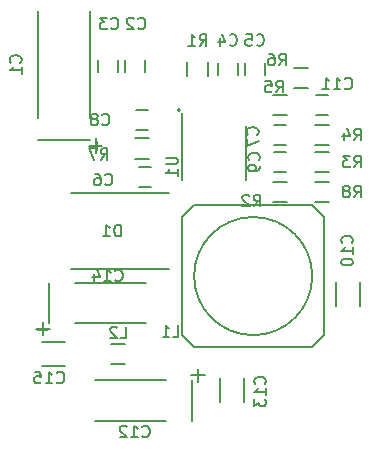
<source format=gbr>
G04 #@! TF.FileFunction,Legend,Bot*
%FSLAX46Y46*%
G04 Gerber Fmt 4.6, Leading zero omitted, Abs format (unit mm)*
G04 Created by KiCad (PCBNEW 4.0.2-stable) date 26/09/2016 11:14:20*
%MOMM*%
G01*
G04 APERTURE LIST*
%ADD10C,0.150000*%
%ADD11C,0.250000*%
G04 APERTURE END LIST*
D10*
D11*
X147320000Y-82399143D02*
X147272381Y-82446762D01*
X147320000Y-82494381D01*
X147367619Y-82446762D01*
X147320000Y-82399143D01*
X147320000Y-82494381D01*
D10*
X158671260Y-96520000D02*
G75*
G03X158671260Y-96520000I-5001260J0D01*
G01*
X147670520Y-96520000D02*
X147670520Y-101521260D01*
X147670520Y-101521260D02*
X148668740Y-102519480D01*
X148668740Y-102519480D02*
X158671260Y-102519480D01*
X158671260Y-102519480D02*
X159669480Y-101521260D01*
X159669480Y-101521260D02*
X159669480Y-91518740D01*
X159669480Y-91518740D02*
X158671260Y-90520520D01*
X158671260Y-90520520D02*
X148668740Y-90520520D01*
X148668740Y-90520520D02*
X147670520Y-91518740D01*
X147670520Y-91518740D02*
X147670520Y-96520000D01*
X148096000Y-78394000D02*
X148096000Y-79594000D01*
X149846000Y-79594000D02*
X149846000Y-78394000D01*
X153093000Y-83856000D02*
X153093000Y-88356000D01*
X147643000Y-82731000D02*
X147643000Y-88356000D01*
X144487000Y-78240000D02*
X144487000Y-79240000D01*
X142787000Y-79240000D02*
X142787000Y-78240000D01*
X142201000Y-78240000D02*
X142201000Y-79240000D01*
X140501000Y-79240000D02*
X140501000Y-78240000D01*
X150661000Y-79494000D02*
X150661000Y-78494000D01*
X152361000Y-78494000D02*
X152361000Y-79494000D01*
X154647000Y-78494000D02*
X154647000Y-79494000D01*
X152947000Y-79494000D02*
X152947000Y-78494000D01*
X145026000Y-88988000D02*
X144026000Y-88988000D01*
X144026000Y-87288000D02*
X145026000Y-87288000D01*
X156456000Y-85432000D02*
X155456000Y-85432000D01*
X155456000Y-83732000D02*
X156456000Y-83732000D01*
X143772000Y-82462000D02*
X144772000Y-82462000D01*
X144772000Y-84162000D02*
X143772000Y-84162000D01*
X155456000Y-86018000D02*
X156456000Y-86018000D01*
X156456000Y-87718000D02*
X155456000Y-87718000D01*
X159012000Y-81192000D02*
X160012000Y-81192000D01*
X160012000Y-82892000D02*
X159012000Y-82892000D01*
X138232000Y-95910000D02*
X146532000Y-95910000D01*
X146532000Y-89510000D02*
X138232000Y-89510000D01*
X156556000Y-88533000D02*
X155356000Y-88533000D01*
X155356000Y-90283000D02*
X156556000Y-90283000D01*
X158912000Y-87743000D02*
X160112000Y-87743000D01*
X160112000Y-85993000D02*
X158912000Y-85993000D01*
X158912000Y-85457000D02*
X160112000Y-85457000D01*
X160112000Y-83707000D02*
X158912000Y-83707000D01*
X155356000Y-82917000D02*
X156556000Y-82917000D01*
X156556000Y-81167000D02*
X155356000Y-81167000D01*
X157134000Y-80631000D02*
X158334000Y-80631000D01*
X158334000Y-78881000D02*
X157134000Y-78881000D01*
X143672000Y-86600000D02*
X144872000Y-86600000D01*
X144872000Y-84850000D02*
X143672000Y-84850000D01*
X160112000Y-88533000D02*
X158912000Y-88533000D01*
X158912000Y-90283000D02*
X160112000Y-90283000D01*
X148506180Y-105361740D02*
X148506180Y-108760260D01*
X140256260Y-108760260D02*
X146255740Y-108760260D01*
X140256260Y-105361740D02*
X146255740Y-105361740D01*
X149009100Y-104358440D02*
X149009100Y-105458260D01*
X149608540Y-104858820D02*
X148409660Y-104858820D01*
X141640000Y-103999000D02*
X142840000Y-103999000D01*
X142840000Y-102249000D02*
X141640000Y-102249000D01*
X136354820Y-100505260D02*
X136354820Y-97106740D01*
X144604740Y-97106740D02*
X138605260Y-97106740D01*
X144604740Y-100505260D02*
X138605260Y-100505260D01*
X135851900Y-101508560D02*
X135851900Y-100408740D01*
X135252460Y-101008180D02*
X136451340Y-101008180D01*
X139867640Y-85016340D02*
X135468360Y-85016340D01*
X135468360Y-83113880D02*
X135468360Y-74112120D01*
X139867640Y-74112120D02*
X139867640Y-83113880D01*
X140870940Y-85471000D02*
X139771120Y-85471000D01*
X140370560Y-86070440D02*
X140370560Y-84871560D01*
X150867000Y-107172000D02*
X150867000Y-105172000D01*
X152917000Y-105172000D02*
X152917000Y-107172000D01*
X135779000Y-102099000D02*
X137779000Y-102099000D01*
X137779000Y-104149000D02*
X135779000Y-104149000D01*
X160646000Y-99044000D02*
X160646000Y-97044000D01*
X162696000Y-97044000D02*
X162696000Y-99044000D01*
X146851666Y-101671381D02*
X147327857Y-101671381D01*
X147327857Y-100671381D01*
X145994523Y-101671381D02*
X146565952Y-101671381D01*
X146280238Y-101671381D02*
X146280238Y-100671381D01*
X146375476Y-100814238D01*
X146470714Y-100909476D01*
X146565952Y-100957095D01*
X149137666Y-77033381D02*
X149471000Y-76557190D01*
X149709095Y-77033381D02*
X149709095Y-76033381D01*
X149328142Y-76033381D01*
X149232904Y-76081000D01*
X149185285Y-76128619D01*
X149137666Y-76223857D01*
X149137666Y-76366714D01*
X149185285Y-76461952D01*
X149232904Y-76509571D01*
X149328142Y-76557190D01*
X149709095Y-76557190D01*
X148185285Y-77033381D02*
X148756714Y-77033381D01*
X148471000Y-77033381D02*
X148471000Y-76033381D01*
X148566238Y-76176238D01*
X148661476Y-76271476D01*
X148756714Y-76319095D01*
X146264381Y-86487095D02*
X147073905Y-86487095D01*
X147169143Y-86534714D01*
X147216762Y-86582333D01*
X147264381Y-86677571D01*
X147264381Y-86868048D01*
X147216762Y-86963286D01*
X147169143Y-87010905D01*
X147073905Y-87058524D01*
X146264381Y-87058524D01*
X147264381Y-88058524D02*
X147264381Y-87487095D01*
X147264381Y-87772809D02*
X146264381Y-87772809D01*
X146407238Y-87677571D01*
X146502476Y-87582333D01*
X146550095Y-87487095D01*
X143930666Y-75541143D02*
X143978285Y-75588762D01*
X144121142Y-75636381D01*
X144216380Y-75636381D01*
X144359238Y-75588762D01*
X144454476Y-75493524D01*
X144502095Y-75398286D01*
X144549714Y-75207810D01*
X144549714Y-75064952D01*
X144502095Y-74874476D01*
X144454476Y-74779238D01*
X144359238Y-74684000D01*
X144216380Y-74636381D01*
X144121142Y-74636381D01*
X143978285Y-74684000D01*
X143930666Y-74731619D01*
X143549714Y-74731619D02*
X143502095Y-74684000D01*
X143406857Y-74636381D01*
X143168761Y-74636381D01*
X143073523Y-74684000D01*
X143025904Y-74731619D01*
X142978285Y-74826857D01*
X142978285Y-74922095D01*
X143025904Y-75064952D01*
X143597333Y-75636381D01*
X142978285Y-75636381D01*
X141644666Y-75541143D02*
X141692285Y-75588762D01*
X141835142Y-75636381D01*
X141930380Y-75636381D01*
X142073238Y-75588762D01*
X142168476Y-75493524D01*
X142216095Y-75398286D01*
X142263714Y-75207810D01*
X142263714Y-75064952D01*
X142216095Y-74874476D01*
X142168476Y-74779238D01*
X142073238Y-74684000D01*
X141930380Y-74636381D01*
X141835142Y-74636381D01*
X141692285Y-74684000D01*
X141644666Y-74731619D01*
X141311333Y-74636381D02*
X140692285Y-74636381D01*
X141025619Y-75017333D01*
X140882761Y-75017333D01*
X140787523Y-75064952D01*
X140739904Y-75112571D01*
X140692285Y-75207810D01*
X140692285Y-75445905D01*
X140739904Y-75541143D01*
X140787523Y-75588762D01*
X140882761Y-75636381D01*
X141168476Y-75636381D01*
X141263714Y-75588762D01*
X141311333Y-75541143D01*
X151677666Y-76938143D02*
X151725285Y-76985762D01*
X151868142Y-77033381D01*
X151963380Y-77033381D01*
X152106238Y-76985762D01*
X152201476Y-76890524D01*
X152249095Y-76795286D01*
X152296714Y-76604810D01*
X152296714Y-76461952D01*
X152249095Y-76271476D01*
X152201476Y-76176238D01*
X152106238Y-76081000D01*
X151963380Y-76033381D01*
X151868142Y-76033381D01*
X151725285Y-76081000D01*
X151677666Y-76128619D01*
X150820523Y-76366714D02*
X150820523Y-77033381D01*
X151058619Y-75985762D02*
X151296714Y-76700048D01*
X150677666Y-76700048D01*
X153963666Y-76938143D02*
X154011285Y-76985762D01*
X154154142Y-77033381D01*
X154249380Y-77033381D01*
X154392238Y-76985762D01*
X154487476Y-76890524D01*
X154535095Y-76795286D01*
X154582714Y-76604810D01*
X154582714Y-76461952D01*
X154535095Y-76271476D01*
X154487476Y-76176238D01*
X154392238Y-76081000D01*
X154249380Y-76033381D01*
X154154142Y-76033381D01*
X154011285Y-76081000D01*
X153963666Y-76128619D01*
X153058904Y-76033381D02*
X153535095Y-76033381D01*
X153582714Y-76509571D01*
X153535095Y-76461952D01*
X153439857Y-76414333D01*
X153201761Y-76414333D01*
X153106523Y-76461952D01*
X153058904Y-76509571D01*
X153011285Y-76604810D01*
X153011285Y-76842905D01*
X153058904Y-76938143D01*
X153106523Y-76985762D01*
X153201761Y-77033381D01*
X153439857Y-77033381D01*
X153535095Y-76985762D01*
X153582714Y-76938143D01*
X141136666Y-88749143D02*
X141184285Y-88796762D01*
X141327142Y-88844381D01*
X141422380Y-88844381D01*
X141565238Y-88796762D01*
X141660476Y-88701524D01*
X141708095Y-88606286D01*
X141755714Y-88415810D01*
X141755714Y-88272952D01*
X141708095Y-88082476D01*
X141660476Y-87987238D01*
X141565238Y-87892000D01*
X141422380Y-87844381D01*
X141327142Y-87844381D01*
X141184285Y-87892000D01*
X141136666Y-87939619D01*
X140279523Y-87844381D02*
X140470000Y-87844381D01*
X140565238Y-87892000D01*
X140612857Y-87939619D01*
X140708095Y-88082476D01*
X140755714Y-88272952D01*
X140755714Y-88653905D01*
X140708095Y-88749143D01*
X140660476Y-88796762D01*
X140565238Y-88844381D01*
X140374761Y-88844381D01*
X140279523Y-88796762D01*
X140231904Y-88749143D01*
X140184285Y-88653905D01*
X140184285Y-88415810D01*
X140231904Y-88320571D01*
X140279523Y-88272952D01*
X140374761Y-88225333D01*
X140565238Y-88225333D01*
X140660476Y-88272952D01*
X140708095Y-88320571D01*
X140755714Y-88415810D01*
X154027143Y-84542334D02*
X154074762Y-84494715D01*
X154122381Y-84351858D01*
X154122381Y-84256620D01*
X154074762Y-84113762D01*
X153979524Y-84018524D01*
X153884286Y-83970905D01*
X153693810Y-83923286D01*
X153550952Y-83923286D01*
X153360476Y-83970905D01*
X153265238Y-84018524D01*
X153170000Y-84113762D01*
X153122381Y-84256620D01*
X153122381Y-84351858D01*
X153170000Y-84494715D01*
X153217619Y-84542334D01*
X153122381Y-84875667D02*
X153122381Y-85542334D01*
X154122381Y-85113762D01*
X140882666Y-83669143D02*
X140930285Y-83716762D01*
X141073142Y-83764381D01*
X141168380Y-83764381D01*
X141311238Y-83716762D01*
X141406476Y-83621524D01*
X141454095Y-83526286D01*
X141501714Y-83335810D01*
X141501714Y-83192952D01*
X141454095Y-83002476D01*
X141406476Y-82907238D01*
X141311238Y-82812000D01*
X141168380Y-82764381D01*
X141073142Y-82764381D01*
X140930285Y-82812000D01*
X140882666Y-82859619D01*
X140311238Y-83192952D02*
X140406476Y-83145333D01*
X140454095Y-83097714D01*
X140501714Y-83002476D01*
X140501714Y-82954857D01*
X140454095Y-82859619D01*
X140406476Y-82812000D01*
X140311238Y-82764381D01*
X140120761Y-82764381D01*
X140025523Y-82812000D01*
X139977904Y-82859619D01*
X139930285Y-82954857D01*
X139930285Y-83002476D01*
X139977904Y-83097714D01*
X140025523Y-83145333D01*
X140120761Y-83192952D01*
X140311238Y-83192952D01*
X140406476Y-83240571D01*
X140454095Y-83288190D01*
X140501714Y-83383429D01*
X140501714Y-83573905D01*
X140454095Y-83669143D01*
X140406476Y-83716762D01*
X140311238Y-83764381D01*
X140120761Y-83764381D01*
X140025523Y-83716762D01*
X139977904Y-83669143D01*
X139930285Y-83573905D01*
X139930285Y-83383429D01*
X139977904Y-83288190D01*
X140025523Y-83240571D01*
X140120761Y-83192952D01*
X154154143Y-86701334D02*
X154201762Y-86653715D01*
X154249381Y-86510858D01*
X154249381Y-86415620D01*
X154201762Y-86272762D01*
X154106524Y-86177524D01*
X154011286Y-86129905D01*
X153820810Y-86082286D01*
X153677952Y-86082286D01*
X153487476Y-86129905D01*
X153392238Y-86177524D01*
X153297000Y-86272762D01*
X153249381Y-86415620D01*
X153249381Y-86510858D01*
X153297000Y-86653715D01*
X153344619Y-86701334D01*
X154249381Y-87177524D02*
X154249381Y-87368000D01*
X154201762Y-87463239D01*
X154154143Y-87510858D01*
X154011286Y-87606096D01*
X153820810Y-87653715D01*
X153439857Y-87653715D01*
X153344619Y-87606096D01*
X153297000Y-87558477D01*
X153249381Y-87463239D01*
X153249381Y-87272762D01*
X153297000Y-87177524D01*
X153344619Y-87129905D01*
X153439857Y-87082286D01*
X153677952Y-87082286D01*
X153773190Y-87129905D01*
X153820810Y-87177524D01*
X153868429Y-87272762D01*
X153868429Y-87463239D01*
X153820810Y-87558477D01*
X153773190Y-87606096D01*
X153677952Y-87653715D01*
X161424857Y-80621143D02*
X161472476Y-80668762D01*
X161615333Y-80716381D01*
X161710571Y-80716381D01*
X161853429Y-80668762D01*
X161948667Y-80573524D01*
X161996286Y-80478286D01*
X162043905Y-80287810D01*
X162043905Y-80144952D01*
X161996286Y-79954476D01*
X161948667Y-79859238D01*
X161853429Y-79764000D01*
X161710571Y-79716381D01*
X161615333Y-79716381D01*
X161472476Y-79764000D01*
X161424857Y-79811619D01*
X160472476Y-80716381D02*
X161043905Y-80716381D01*
X160758191Y-80716381D02*
X160758191Y-79716381D01*
X160853429Y-79859238D01*
X160948667Y-79954476D01*
X161043905Y-80002095D01*
X159520095Y-80716381D02*
X160091524Y-80716381D01*
X159805810Y-80716381D02*
X159805810Y-79716381D01*
X159901048Y-79859238D01*
X159996286Y-79954476D01*
X160091524Y-80002095D01*
X142470095Y-93162381D02*
X142470095Y-92162381D01*
X142232000Y-92162381D01*
X142089142Y-92210000D01*
X141993904Y-92305238D01*
X141946285Y-92400476D01*
X141898666Y-92590952D01*
X141898666Y-92733810D01*
X141946285Y-92924286D01*
X141993904Y-93019524D01*
X142089142Y-93114762D01*
X142232000Y-93162381D01*
X142470095Y-93162381D01*
X140946285Y-93162381D02*
X141517714Y-93162381D01*
X141232000Y-93162381D02*
X141232000Y-92162381D01*
X141327238Y-92305238D01*
X141422476Y-92400476D01*
X141517714Y-92448095D01*
X153709666Y-90622381D02*
X154043000Y-90146190D01*
X154281095Y-90622381D02*
X154281095Y-89622381D01*
X153900142Y-89622381D01*
X153804904Y-89670000D01*
X153757285Y-89717619D01*
X153709666Y-89812857D01*
X153709666Y-89955714D01*
X153757285Y-90050952D01*
X153804904Y-90098571D01*
X153900142Y-90146190D01*
X154281095Y-90146190D01*
X153328714Y-89717619D02*
X153281095Y-89670000D01*
X153185857Y-89622381D01*
X152947761Y-89622381D01*
X152852523Y-89670000D01*
X152804904Y-89717619D01*
X152757285Y-89812857D01*
X152757285Y-89908095D01*
X152804904Y-90050952D01*
X153376333Y-90622381D01*
X152757285Y-90622381D01*
X162218666Y-87320381D02*
X162552000Y-86844190D01*
X162790095Y-87320381D02*
X162790095Y-86320381D01*
X162409142Y-86320381D01*
X162313904Y-86368000D01*
X162266285Y-86415619D01*
X162218666Y-86510857D01*
X162218666Y-86653714D01*
X162266285Y-86748952D01*
X162313904Y-86796571D01*
X162409142Y-86844190D01*
X162790095Y-86844190D01*
X161885333Y-86320381D02*
X161266285Y-86320381D01*
X161599619Y-86701333D01*
X161456761Y-86701333D01*
X161361523Y-86748952D01*
X161313904Y-86796571D01*
X161266285Y-86891810D01*
X161266285Y-87129905D01*
X161313904Y-87225143D01*
X161361523Y-87272762D01*
X161456761Y-87320381D01*
X161742476Y-87320381D01*
X161837714Y-87272762D01*
X161885333Y-87225143D01*
X162218666Y-85034381D02*
X162552000Y-84558190D01*
X162790095Y-85034381D02*
X162790095Y-84034381D01*
X162409142Y-84034381D01*
X162313904Y-84082000D01*
X162266285Y-84129619D01*
X162218666Y-84224857D01*
X162218666Y-84367714D01*
X162266285Y-84462952D01*
X162313904Y-84510571D01*
X162409142Y-84558190D01*
X162790095Y-84558190D01*
X161361523Y-84367714D02*
X161361523Y-85034381D01*
X161599619Y-83986762D02*
X161837714Y-84701048D01*
X161218666Y-84701048D01*
X155614666Y-80970381D02*
X155948000Y-80494190D01*
X156186095Y-80970381D02*
X156186095Y-79970381D01*
X155805142Y-79970381D01*
X155709904Y-80018000D01*
X155662285Y-80065619D01*
X155614666Y-80160857D01*
X155614666Y-80303714D01*
X155662285Y-80398952D01*
X155709904Y-80446571D01*
X155805142Y-80494190D01*
X156186095Y-80494190D01*
X154709904Y-79970381D02*
X155186095Y-79970381D01*
X155233714Y-80446571D01*
X155186095Y-80398952D01*
X155090857Y-80351333D01*
X154852761Y-80351333D01*
X154757523Y-80398952D01*
X154709904Y-80446571D01*
X154662285Y-80541810D01*
X154662285Y-80779905D01*
X154709904Y-80875143D01*
X154757523Y-80922762D01*
X154852761Y-80970381D01*
X155090857Y-80970381D01*
X155186095Y-80922762D01*
X155233714Y-80875143D01*
X155868666Y-78684381D02*
X156202000Y-78208190D01*
X156440095Y-78684381D02*
X156440095Y-77684381D01*
X156059142Y-77684381D01*
X155963904Y-77732000D01*
X155916285Y-77779619D01*
X155868666Y-77874857D01*
X155868666Y-78017714D01*
X155916285Y-78112952D01*
X155963904Y-78160571D01*
X156059142Y-78208190D01*
X156440095Y-78208190D01*
X155011523Y-77684381D02*
X155202000Y-77684381D01*
X155297238Y-77732000D01*
X155344857Y-77779619D01*
X155440095Y-77922476D01*
X155487714Y-78112952D01*
X155487714Y-78493905D01*
X155440095Y-78589143D01*
X155392476Y-78636762D01*
X155297238Y-78684381D01*
X155106761Y-78684381D01*
X155011523Y-78636762D01*
X154963904Y-78589143D01*
X154916285Y-78493905D01*
X154916285Y-78255810D01*
X154963904Y-78160571D01*
X155011523Y-78112952D01*
X155106761Y-78065333D01*
X155297238Y-78065333D01*
X155392476Y-78112952D01*
X155440095Y-78160571D01*
X155487714Y-78255810D01*
X140755666Y-86685381D02*
X141089000Y-86209190D01*
X141327095Y-86685381D02*
X141327095Y-85685381D01*
X140946142Y-85685381D01*
X140850904Y-85733000D01*
X140803285Y-85780619D01*
X140755666Y-85875857D01*
X140755666Y-86018714D01*
X140803285Y-86113952D01*
X140850904Y-86161571D01*
X140946142Y-86209190D01*
X141327095Y-86209190D01*
X140422333Y-85685381D02*
X139755666Y-85685381D01*
X140184238Y-86685381D01*
X162218666Y-89860381D02*
X162552000Y-89384190D01*
X162790095Y-89860381D02*
X162790095Y-88860381D01*
X162409142Y-88860381D01*
X162313904Y-88908000D01*
X162266285Y-88955619D01*
X162218666Y-89050857D01*
X162218666Y-89193714D01*
X162266285Y-89288952D01*
X162313904Y-89336571D01*
X162409142Y-89384190D01*
X162790095Y-89384190D01*
X161647238Y-89288952D02*
X161742476Y-89241333D01*
X161790095Y-89193714D01*
X161837714Y-89098476D01*
X161837714Y-89050857D01*
X161790095Y-88955619D01*
X161742476Y-88908000D01*
X161647238Y-88860381D01*
X161456761Y-88860381D01*
X161361523Y-88908000D01*
X161313904Y-88955619D01*
X161266285Y-89050857D01*
X161266285Y-89098476D01*
X161313904Y-89193714D01*
X161361523Y-89241333D01*
X161456761Y-89288952D01*
X161647238Y-89288952D01*
X161742476Y-89336571D01*
X161790095Y-89384190D01*
X161837714Y-89479429D01*
X161837714Y-89669905D01*
X161790095Y-89765143D01*
X161742476Y-89812762D01*
X161647238Y-89860381D01*
X161456761Y-89860381D01*
X161361523Y-89812762D01*
X161313904Y-89765143D01*
X161266285Y-89669905D01*
X161266285Y-89479429D01*
X161313904Y-89384190D01*
X161361523Y-89336571D01*
X161456761Y-89288952D01*
X144279857Y-110085143D02*
X144327476Y-110132762D01*
X144470333Y-110180381D01*
X144565571Y-110180381D01*
X144708429Y-110132762D01*
X144803667Y-110037524D01*
X144851286Y-109942286D01*
X144898905Y-109751810D01*
X144898905Y-109608952D01*
X144851286Y-109418476D01*
X144803667Y-109323238D01*
X144708429Y-109228000D01*
X144565571Y-109180381D01*
X144470333Y-109180381D01*
X144327476Y-109228000D01*
X144279857Y-109275619D01*
X143327476Y-110180381D02*
X143898905Y-110180381D01*
X143613191Y-110180381D02*
X143613191Y-109180381D01*
X143708429Y-109323238D01*
X143803667Y-109418476D01*
X143898905Y-109466095D01*
X142946524Y-109275619D02*
X142898905Y-109228000D01*
X142803667Y-109180381D01*
X142565571Y-109180381D01*
X142470333Y-109228000D01*
X142422714Y-109275619D01*
X142375095Y-109370857D01*
X142375095Y-109466095D01*
X142422714Y-109608952D01*
X142994143Y-110180381D01*
X142375095Y-110180381D01*
X149387512Y-104932789D02*
X148625607Y-104932789D01*
X149006559Y-105313741D02*
X149006559Y-104551836D01*
X142406666Y-101798381D02*
X142882857Y-101798381D01*
X142882857Y-100798381D01*
X142120952Y-100893619D02*
X142073333Y-100846000D01*
X141978095Y-100798381D01*
X141739999Y-100798381D01*
X141644761Y-100846000D01*
X141597142Y-100893619D01*
X141549523Y-100988857D01*
X141549523Y-101084095D01*
X141597142Y-101226952D01*
X142168571Y-101798381D01*
X141549523Y-101798381D01*
X141993857Y-96877143D02*
X142041476Y-96924762D01*
X142184333Y-96972381D01*
X142279571Y-96972381D01*
X142422429Y-96924762D01*
X142517667Y-96829524D01*
X142565286Y-96734286D01*
X142612905Y-96543810D01*
X142612905Y-96400952D01*
X142565286Y-96210476D01*
X142517667Y-96115238D01*
X142422429Y-96020000D01*
X142279571Y-95972381D01*
X142184333Y-95972381D01*
X142041476Y-96020000D01*
X141993857Y-96067619D01*
X141041476Y-96972381D02*
X141612905Y-96972381D01*
X141327191Y-96972381D02*
X141327191Y-95972381D01*
X141422429Y-96115238D01*
X141517667Y-96210476D01*
X141612905Y-96258095D01*
X140184333Y-96305714D02*
X140184333Y-96972381D01*
X140422429Y-95924762D02*
X140660524Y-96639048D01*
X140041476Y-96639048D01*
X136235392Y-101077069D02*
X135473487Y-101077069D01*
X135854439Y-101458021D02*
X135854439Y-100696116D01*
X133961143Y-78446334D02*
X134008762Y-78398715D01*
X134056381Y-78255858D01*
X134056381Y-78160620D01*
X134008762Y-78017762D01*
X133913524Y-77922524D01*
X133818286Y-77874905D01*
X133627810Y-77827286D01*
X133484952Y-77827286D01*
X133294476Y-77874905D01*
X133199238Y-77922524D01*
X133104000Y-78017762D01*
X133056381Y-78160620D01*
X133056381Y-78255858D01*
X133104000Y-78398715D01*
X133151619Y-78446334D01*
X134056381Y-79398715D02*
X134056381Y-78827286D01*
X134056381Y-79113000D02*
X133056381Y-79113000D01*
X133199238Y-79017762D01*
X133294476Y-78922524D01*
X133342095Y-78827286D01*
X140439449Y-85087508D02*
X140439449Y-85849413D01*
X140820401Y-85468461D02*
X140058496Y-85468461D01*
X154662143Y-105656143D02*
X154709762Y-105608524D01*
X154757381Y-105465667D01*
X154757381Y-105370429D01*
X154709762Y-105227571D01*
X154614524Y-105132333D01*
X154519286Y-105084714D01*
X154328810Y-105037095D01*
X154185952Y-105037095D01*
X153995476Y-105084714D01*
X153900238Y-105132333D01*
X153805000Y-105227571D01*
X153757381Y-105370429D01*
X153757381Y-105465667D01*
X153805000Y-105608524D01*
X153852619Y-105656143D01*
X154757381Y-106608524D02*
X154757381Y-106037095D01*
X154757381Y-106322809D02*
X153757381Y-106322809D01*
X153900238Y-106227571D01*
X153995476Y-106132333D01*
X154043095Y-106037095D01*
X153757381Y-106941857D02*
X153757381Y-107560905D01*
X154138333Y-107227571D01*
X154138333Y-107370429D01*
X154185952Y-107465667D01*
X154233571Y-107513286D01*
X154328810Y-107560905D01*
X154566905Y-107560905D01*
X154662143Y-107513286D01*
X154709762Y-107465667D01*
X154757381Y-107370429D01*
X154757381Y-107084714D01*
X154709762Y-106989476D01*
X154662143Y-106941857D01*
X137040857Y-105513143D02*
X137088476Y-105560762D01*
X137231333Y-105608381D01*
X137326571Y-105608381D01*
X137469429Y-105560762D01*
X137564667Y-105465524D01*
X137612286Y-105370286D01*
X137659905Y-105179810D01*
X137659905Y-105036952D01*
X137612286Y-104846476D01*
X137564667Y-104751238D01*
X137469429Y-104656000D01*
X137326571Y-104608381D01*
X137231333Y-104608381D01*
X137088476Y-104656000D01*
X137040857Y-104703619D01*
X136088476Y-105608381D02*
X136659905Y-105608381D01*
X136374191Y-105608381D02*
X136374191Y-104608381D01*
X136469429Y-104751238D01*
X136564667Y-104846476D01*
X136659905Y-104894095D01*
X135183714Y-104608381D02*
X135659905Y-104608381D01*
X135707524Y-105084571D01*
X135659905Y-105036952D01*
X135564667Y-104989333D01*
X135326571Y-104989333D01*
X135231333Y-105036952D01*
X135183714Y-105084571D01*
X135136095Y-105179810D01*
X135136095Y-105417905D01*
X135183714Y-105513143D01*
X135231333Y-105560762D01*
X135326571Y-105608381D01*
X135564667Y-105608381D01*
X135659905Y-105560762D01*
X135707524Y-105513143D01*
X162028143Y-93718143D02*
X162075762Y-93670524D01*
X162123381Y-93527667D01*
X162123381Y-93432429D01*
X162075762Y-93289571D01*
X161980524Y-93194333D01*
X161885286Y-93146714D01*
X161694810Y-93099095D01*
X161551952Y-93099095D01*
X161361476Y-93146714D01*
X161266238Y-93194333D01*
X161171000Y-93289571D01*
X161123381Y-93432429D01*
X161123381Y-93527667D01*
X161171000Y-93670524D01*
X161218619Y-93718143D01*
X162123381Y-94670524D02*
X162123381Y-94099095D01*
X162123381Y-94384809D02*
X161123381Y-94384809D01*
X161266238Y-94289571D01*
X161361476Y-94194333D01*
X161409095Y-94099095D01*
X161123381Y-95289571D02*
X161123381Y-95384810D01*
X161171000Y-95480048D01*
X161218619Y-95527667D01*
X161313857Y-95575286D01*
X161504333Y-95622905D01*
X161742429Y-95622905D01*
X161932905Y-95575286D01*
X162028143Y-95527667D01*
X162075762Y-95480048D01*
X162123381Y-95384810D01*
X162123381Y-95289571D01*
X162075762Y-95194333D01*
X162028143Y-95146714D01*
X161932905Y-95099095D01*
X161742429Y-95051476D01*
X161504333Y-95051476D01*
X161313857Y-95099095D01*
X161218619Y-95146714D01*
X161171000Y-95194333D01*
X161123381Y-95289571D01*
M02*

</source>
